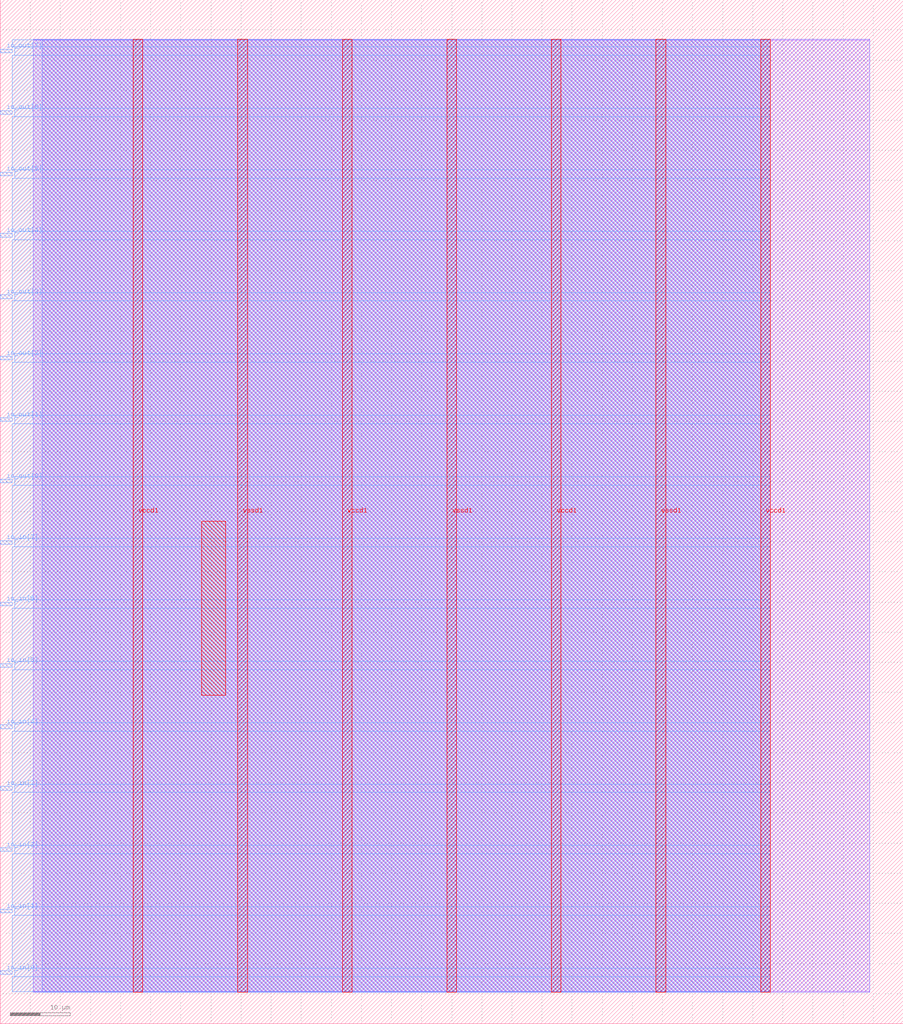
<source format=lef>
VERSION 5.7 ;
  NOWIREEXTENSIONATPIN ON ;
  DIVIDERCHAR "/" ;
  BUSBITCHARS "[]" ;
MACRO navray_top
  CLASS BLOCK ;
  FOREIGN navray_top ;
  ORIGIN 0.000 0.000 ;
  SIZE 150.000 BY 170.000 ;
  PIN io_in[0]
    DIRECTION INPUT ;
    USE SIGNAL ;
    PORT
      LAYER met3 ;
        RECT 0.000 8.200 2.000 8.800 ;
    END
  END io_in[0]
  PIN io_in[1]
    DIRECTION INPUT ;
    USE SIGNAL ;
    PORT
      LAYER met3 ;
        RECT 0.000 18.400 2.000 19.000 ;
    END
  END io_in[1]
  PIN io_in[2]
    DIRECTION INPUT ;
    USE SIGNAL ;
    PORT
      LAYER met3 ;
        RECT 0.000 28.600 2.000 29.200 ;
    END
  END io_in[2]
  PIN io_in[3]
    DIRECTION INPUT ;
    USE SIGNAL ;
    PORT
      LAYER met3 ;
        RECT 0.000 38.800 2.000 39.400 ;
    END
  END io_in[3]
  PIN io_in[4]
    DIRECTION INPUT ;
    USE SIGNAL ;
    PORT
      LAYER met3 ;
        RECT 0.000 49.000 2.000 49.600 ;
    END
  END io_in[4]
  PIN io_in[5]
    DIRECTION INPUT ;
    USE SIGNAL ;
    PORT
      LAYER met3 ;
        RECT 0.000 59.200 2.000 59.800 ;
    END
  END io_in[5]
  PIN io_in[6]
    DIRECTION INPUT ;
    USE SIGNAL ;
    PORT
      LAYER met3 ;
        RECT 0.000 69.400 2.000 70.000 ;
    END
  END io_in[6]
  PIN io_in[7]
    DIRECTION INPUT ;
    USE SIGNAL ;
    PORT
      LAYER met3 ;
        RECT 0.000 79.600 2.000 80.200 ;
    END
  END io_in[7]
  PIN io_out[0]
    DIRECTION OUTPUT TRISTATE ;
    USE SIGNAL ;
    PORT
      LAYER met3 ;
        RECT 0.000 89.800 2.000 90.400 ;
    END
  END io_out[0]
  PIN io_out[1]
    DIRECTION OUTPUT TRISTATE ;
    USE SIGNAL ;
    PORT
      LAYER met3 ;
        RECT 0.000 100.000 2.000 100.600 ;
    END
  END io_out[1]
  PIN io_out[2]
    DIRECTION OUTPUT TRISTATE ;
    USE SIGNAL ;
    PORT
      LAYER met3 ;
        RECT 0.000 110.200 2.000 110.800 ;
    END
  END io_out[2]
  PIN io_out[3]
    DIRECTION OUTPUT TRISTATE ;
    USE SIGNAL ;
    PORT
      LAYER met3 ;
        RECT 0.000 120.400 2.000 121.000 ;
    END
  END io_out[3]
  PIN io_out[4]
    DIRECTION OUTPUT TRISTATE ;
    USE SIGNAL ;
    PORT
      LAYER met3 ;
        RECT 0.000 130.600 2.000 131.200 ;
    END
  END io_out[4]
  PIN io_out[5]
    DIRECTION OUTPUT TRISTATE ;
    USE SIGNAL ;
    PORT
      LAYER met3 ;
        RECT 0.000 140.800 2.000 141.400 ;
    END
  END io_out[5]
  PIN io_out[6]
    DIRECTION OUTPUT TRISTATE ;
    USE SIGNAL ;
    PORT
      LAYER met3 ;
        RECT 0.000 151.000 2.000 151.600 ;
    END
  END io_out[6]
  PIN io_out[7]
    DIRECTION OUTPUT TRISTATE ;
    USE SIGNAL ;
    PORT
      LAYER met3 ;
        RECT 0.000 161.200 2.000 161.800 ;
    END
  END io_out[7]
  PIN vccd1
    DIRECTION INOUT ;
    USE POWER ;
    PORT
      LAYER met4 ;
        RECT 22.090 5.200 23.690 163.440 ;
    END
    PORT
      LAYER met4 ;
        RECT 56.830 5.200 58.430 163.440 ;
    END
    PORT
      LAYER met4 ;
        RECT 91.570 5.200 93.170 163.440 ;
    END
    PORT
      LAYER met4 ;
        RECT 126.310 5.200 127.910 163.440 ;
    END
  END vccd1
  PIN vssd1
    DIRECTION INOUT ;
    USE GROUND ;
    PORT
      LAYER met4 ;
        RECT 39.460 5.200 41.060 163.440 ;
    END
    PORT
      LAYER met4 ;
        RECT 74.200 5.200 75.800 163.440 ;
    END
    PORT
      LAYER met4 ;
        RECT 108.940 5.200 110.540 163.440 ;
    END
  END vssd1
  OBS
      LAYER li1 ;
        RECT 5.520 5.355 144.440 163.285 ;
      LAYER met1 ;
        RECT 5.520 5.200 144.440 163.440 ;
      LAYER met2 ;
        RECT 6.990 5.255 127.880 163.385 ;
      LAYER met3 ;
        RECT 2.000 162.200 127.900 163.365 ;
        RECT 2.400 160.800 127.900 162.200 ;
        RECT 2.000 152.000 127.900 160.800 ;
        RECT 2.400 150.600 127.900 152.000 ;
        RECT 2.000 141.800 127.900 150.600 ;
        RECT 2.400 140.400 127.900 141.800 ;
        RECT 2.000 131.600 127.900 140.400 ;
        RECT 2.400 130.200 127.900 131.600 ;
        RECT 2.000 121.400 127.900 130.200 ;
        RECT 2.400 120.000 127.900 121.400 ;
        RECT 2.000 111.200 127.900 120.000 ;
        RECT 2.400 109.800 127.900 111.200 ;
        RECT 2.000 101.000 127.900 109.800 ;
        RECT 2.400 99.600 127.900 101.000 ;
        RECT 2.000 90.800 127.900 99.600 ;
        RECT 2.400 89.400 127.900 90.800 ;
        RECT 2.000 80.600 127.900 89.400 ;
        RECT 2.400 79.200 127.900 80.600 ;
        RECT 2.000 70.400 127.900 79.200 ;
        RECT 2.400 69.000 127.900 70.400 ;
        RECT 2.000 60.200 127.900 69.000 ;
        RECT 2.400 58.800 127.900 60.200 ;
        RECT 2.000 50.000 127.900 58.800 ;
        RECT 2.400 48.600 127.900 50.000 ;
        RECT 2.000 39.800 127.900 48.600 ;
        RECT 2.400 38.400 127.900 39.800 ;
        RECT 2.000 29.600 127.900 38.400 ;
        RECT 2.400 28.200 127.900 29.600 ;
        RECT 2.000 19.400 127.900 28.200 ;
        RECT 2.400 18.000 127.900 19.400 ;
        RECT 2.000 9.200 127.900 18.000 ;
        RECT 2.400 7.800 127.900 9.200 ;
        RECT 2.000 5.275 127.900 7.800 ;
      LAYER met4 ;
        RECT 33.415 54.575 37.425 83.465 ;
  END
END navray_top
END LIBRARY


</source>
